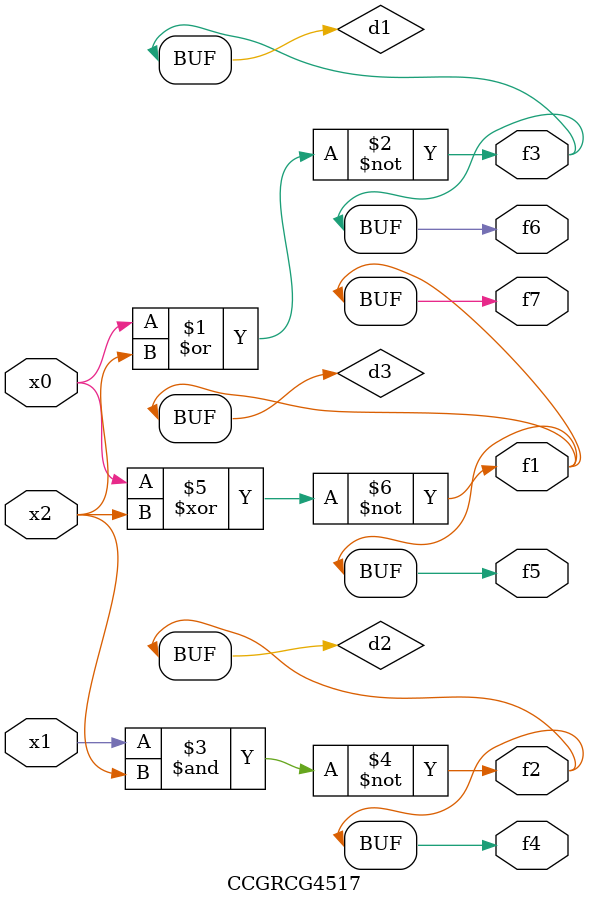
<source format=v>
module CCGRCG4517(
	input x0, x1, x2,
	output f1, f2, f3, f4, f5, f6, f7
);

	wire d1, d2, d3;

	nor (d1, x0, x2);
	nand (d2, x1, x2);
	xnor (d3, x0, x2);
	assign f1 = d3;
	assign f2 = d2;
	assign f3 = d1;
	assign f4 = d2;
	assign f5 = d3;
	assign f6 = d1;
	assign f7 = d3;
endmodule

</source>
